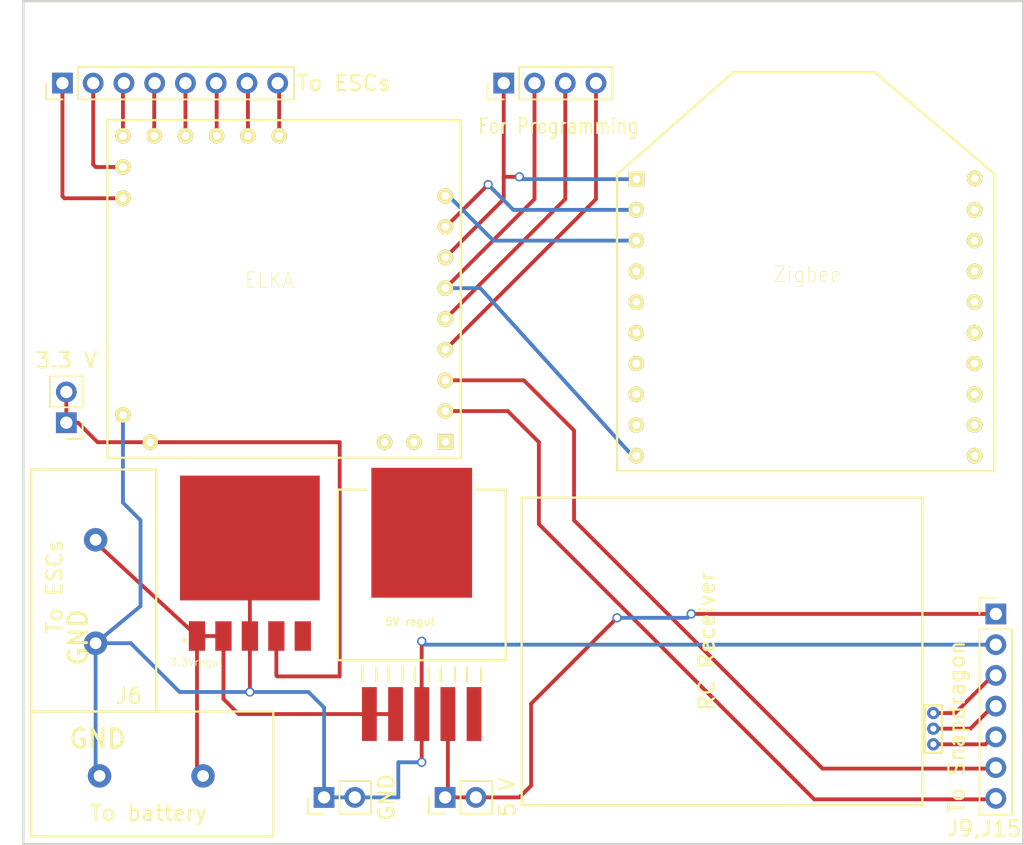
<source format=kicad_pcb>
(kicad_pcb (version 4) (host pcbnew 4.0.7-e2-6376~58~ubuntu16.04.1)

  (general
    (links 40)
    (no_connects 0)
    (area 102.032999 66.980999 167.207001 121.995001)
    (thickness 1.6)
    (drawings 9)
    (tracks 115)
    (zones 0)
    (modules 13)
    (nets 46)
  )

  (page A4)
  (title_block
    (title Phoenix)
  )

  (layers
    (0 F.Cu signal)
    (31 B.Cu signal)
    (32 B.Adhes user)
    (33 F.Adhes user)
    (34 B.Paste user)
    (35 F.Paste user)
    (36 B.SilkS user)
    (37 F.SilkS user)
    (38 B.Mask user)
    (39 F.Mask user)
    (40 Dwgs.User user)
    (41 Cmts.User user)
    (42 Eco1.User user)
    (43 Eco2.User user)
    (44 Edge.Cuts user)
    (45 Margin user)
    (46 B.CrtYd user)
    (47 F.CrtYd user)
    (48 B.Fab user)
    (49 F.Fab user)
  )

  (setup
    (last_trace_width 0.25)
    (trace_clearance 0.2)
    (zone_clearance 0.508)
    (zone_45_only no)
    (trace_min 0.2)
    (segment_width 0.2)
    (edge_width 0.15)
    (via_size 0.6)
    (via_drill 0.4)
    (via_min_size 0.4)
    (via_min_drill 0.3)
    (uvia_size 0.3)
    (uvia_drill 0.1)
    (uvias_allowed no)
    (uvia_min_size 0.2)
    (uvia_min_drill 0.1)
    (pcb_text_width 0.3)
    (pcb_text_size 1.5 1.5)
    (mod_edge_width 0.15)
    (mod_text_size 1 1)
    (mod_text_width 0.15)
    (pad_size 1.524 1.524)
    (pad_drill 0.762)
    (pad_to_mask_clearance 0.2)
    (aux_axis_origin 0 0)
    (visible_elements FFFFFF7F)
    (pcbplotparams
      (layerselection 0x00030_80000001)
      (usegerberextensions false)
      (excludeedgelayer true)
      (linewidth 0.100000)
      (plotframeref false)
      (viasonmask false)
      (mode 1)
      (useauxorigin false)
      (hpglpennumber 1)
      (hpglpenspeed 20)
      (hpglpendiameter 15)
      (hpglpenoverlay 2)
      (psnegative false)
      (psa4output false)
      (plotreference true)
      (plotvalue true)
      (plotinvisibletext false)
      (padsonsilk false)
      (subtractmaskfromsilk false)
      (outputformat 1)
      (mirror false)
      (drillshape 1)
      (scaleselection 1)
      (outputdirectory ""))
  )

  (net 0 "")
  (net 1 "Net-(E1-PadI)")
  (net 2 "Net-(E1-PadH)")
  (net 3 "Net-(E1-PadG)")
  (net 4 "Net-(E1-PadF)")
  (net 5 "Net-(E1-PadE)")
  (net 6 "Net-(E1-PadD)")
  (net 7 "Net-(E1-PadC)")
  (net 8 "Net-(E1-PadB)")
  (net 9 "Net-(E1-PadA)")
  (net 10 "Net-(E1-Pad9)")
  (net 11 "Net-(E1-Pad10)")
  (net 12 "Net-(E1-Pad3)")
  (net 13 "Net-(E1-Pad2)")
  (net 14 "Net-(E1-Pad1)")
  (net 15 "Net-(E1-Pad4)")
  (net 16 "Net-(E1-Pad5)")
  (net 17 "Net-(E1-Pad6)")
  (net 18 "Net-(E1-Pad7)")
  (net 19 "Net-(E1-Pad8)")
  (net 20 "Net-(E1-Pad12)")
  (net 21 "Net-(E1-Pad11)")
  (net 22 "Net-(J1-Pad2)")
  (net 23 "Net-(J9,J15-Pad3)")
  (net 24 "Net-(U1-Pad4)")
  (net 25 "Net-(U1-Pad5)")
  (net 26 "Net-(U1-Pad6)")
  (net 27 "Net-(U1-Pad7)")
  (net 28 "Net-(U1-Pad8)")
  (net 29 "Net-(U1-Pad9)")
  (net 30 "Net-(U1-Pad20)")
  (net 31 "Net-(U1-Pad19)")
  (net 32 "Net-(U1-Pad18)")
  (net 33 "Net-(U1-Pad17)")
  (net 34 "Net-(U1-Pad16)")
  (net 35 "Net-(U1-Pad15)")
  (net 36 "Net-(U1-Pad14)")
  (net 37 "Net-(U1-Pad13)")
  (net 38 "Net-(U1-Pad12)")
  (net 39 "Net-(U1-Pad11)")
  (net 40 "Net-(J5-Pad1)")
  (net 41 "Net-(J9,J15-Pad4)")
  (net 42 "Net-(J9,J15-Pad5)")
  (net 43 "Net-(U2-Pad5)")
  (net 44 "Net-(U2-Pad6)")
  (net 45 "Net-(U3-Pad5)")

  (net_class Default "This is the default net class."
    (clearance 0.2)
    (trace_width 0.25)
    (via_dia 0.6)
    (via_drill 0.4)
    (uvia_dia 0.3)
    (uvia_drill 0.1)
    (add_net "Net-(E1-Pad1)")
    (add_net "Net-(E1-Pad10)")
    (add_net "Net-(E1-Pad11)")
    (add_net "Net-(E1-Pad12)")
    (add_net "Net-(E1-Pad2)")
    (add_net "Net-(E1-Pad3)")
    (add_net "Net-(E1-Pad4)")
    (add_net "Net-(E1-Pad5)")
    (add_net "Net-(E1-Pad6)")
    (add_net "Net-(E1-Pad7)")
    (add_net "Net-(E1-Pad8)")
    (add_net "Net-(E1-Pad9)")
    (add_net "Net-(E1-PadA)")
    (add_net "Net-(E1-PadB)")
    (add_net "Net-(E1-PadC)")
    (add_net "Net-(E1-PadD)")
    (add_net "Net-(E1-PadE)")
    (add_net "Net-(E1-PadF)")
    (add_net "Net-(E1-PadG)")
    (add_net "Net-(E1-PadH)")
    (add_net "Net-(E1-PadI)")
    (add_net "Net-(J1-Pad2)")
    (add_net "Net-(J5-Pad1)")
    (add_net "Net-(J9,J15-Pad3)")
    (add_net "Net-(J9,J15-Pad4)")
    (add_net "Net-(J9,J15-Pad5)")
    (add_net "Net-(U1-Pad11)")
    (add_net "Net-(U1-Pad12)")
    (add_net "Net-(U1-Pad13)")
    (add_net "Net-(U1-Pad14)")
    (add_net "Net-(U1-Pad15)")
    (add_net "Net-(U1-Pad16)")
    (add_net "Net-(U1-Pad17)")
    (add_net "Net-(U1-Pad18)")
    (add_net "Net-(U1-Pad19)")
    (add_net "Net-(U1-Pad20)")
    (add_net "Net-(U1-Pad4)")
    (add_net "Net-(U1-Pad5)")
    (add_net "Net-(U1-Pad6)")
    (add_net "Net-(U1-Pad7)")
    (add_net "Net-(U1-Pad8)")
    (add_net "Net-(U1-Pad9)")
    (add_net "Net-(U2-Pad5)")
    (add_net "Net-(U2-Pad6)")
    (add_net "Net-(U3-Pad5)")
  )

  (module XT30:XT30 (layer F.Cu) (tedit 5B2AA790) (tstamp 5B2810AD)
    (at 100.838 107.442 90)
    (path /5B24102D)
    (fp_text reference J1 (at 0.508 0.762 90) (layer F.SilkS) hide
      (effects (font (size 1 1) (thickness 0.15)))
    )
    (fp_text value "To battery" (at -12.446 9.398 180) (layer F.SilkS)
      (effects (font (size 1 1) (thickness 0.15)))
    )
    (fp_line (start -5.842 1.778) (end -5.842 9.906) (layer F.SilkS) (width 0.15))
    (fp_line (start -5.842 9.906) (end -5.715 9.906) (layer F.SilkS) (width 0.15))
    (fp_line (start -5.842 1.778) (end 9.906 1.778) (layer F.SilkS) (width 0.15))
    (fp_line (start 9.906 1.778) (end 9.906 9.906) (layer F.SilkS) (width 0.15))
    (fp_line (start 9.906 9.906) (end -5.715 9.906) (layer F.SilkS) (width 0.15))
    (pad 1 thru_hole circle (at -1.397 5.969 90) (size 1.524 1.524) (drill 0.762) (layers *.Cu *.Mask)
      (net 21 "Net-(E1-Pad11)"))
    (pad 2 thru_hole circle (at 5.334 5.969 90) (size 1.524 1.524) (drill 0.762) (layers *.Cu *.Mask)
      (net 22 "Net-(J1-Pad2)"))
  )

  (module Pin_Headers:Pin_Header_Straight_1x08_Pitch2.00mm (layer F.Cu) (tedit 5B2AAA54) (tstamp 5B2810B9)
    (at 104.648 72.39 90)
    (descr "Through hole straight pin header, 1x08, 2.00mm pitch, single row")
    (tags "Through hole pin header THT 1x08 2.00mm single row")
    (path /5B27C203)
    (fp_text reference J2 (at 0 -2.06 90) (layer F.SilkS) hide
      (effects (font (size 1 1) (thickness 0.15)))
    )
    (fp_text value "To ESCs" (at 0 18.288 180) (layer F.SilkS)
      (effects (font (size 1 1) (thickness 0.15)))
    )
    (fp_line (start -0.5 -1) (end 1 -1) (layer F.Fab) (width 0.1))
    (fp_line (start 1 -1) (end 1 15) (layer F.Fab) (width 0.1))
    (fp_line (start 1 15) (end -1 15) (layer F.Fab) (width 0.1))
    (fp_line (start -1 15) (end -1 -0.5) (layer F.Fab) (width 0.1))
    (fp_line (start -1 -0.5) (end -0.5 -1) (layer F.Fab) (width 0.1))
    (fp_line (start -1.06 15.06) (end 1.06 15.06) (layer F.SilkS) (width 0.12))
    (fp_line (start -1.06 1) (end -1.06 15.06) (layer F.SilkS) (width 0.12))
    (fp_line (start 1.06 1) (end 1.06 15.06) (layer F.SilkS) (width 0.12))
    (fp_line (start -1.06 1) (end 1.06 1) (layer F.SilkS) (width 0.12))
    (fp_line (start -1.06 0) (end -1.06 -1.06) (layer F.SilkS) (width 0.12))
    (fp_line (start -1.06 -1.06) (end 0 -1.06) (layer F.SilkS) (width 0.12))
    (fp_line (start -1.5 -1.5) (end -1.5 15.5) (layer F.CrtYd) (width 0.05))
    (fp_line (start -1.5 15.5) (end 1.5 15.5) (layer F.CrtYd) (width 0.05))
    (fp_line (start 1.5 15.5) (end 1.5 -1.5) (layer F.CrtYd) (width 0.05))
    (fp_line (start 1.5 -1.5) (end -1.5 -1.5) (layer F.CrtYd) (width 0.05))
    (fp_text user %R (at 0 7 180) (layer F.Fab) hide
      (effects (font (size 1 1) (thickness 0.15)))
    )
    (pad 1 thru_hole rect (at 0 0 90) (size 1.35 1.35) (drill 0.8) (layers *.Cu *.Mask)
      (net 14 "Net-(E1-Pad1)"))
    (pad 2 thru_hole oval (at 0 2 90) (size 1.35 1.35) (drill 0.8) (layers *.Cu *.Mask)
      (net 13 "Net-(E1-Pad2)"))
    (pad 3 thru_hole oval (at 0 4 90) (size 1.35 1.35) (drill 0.8) (layers *.Cu *.Mask)
      (net 12 "Net-(E1-Pad3)"))
    (pad 4 thru_hole oval (at 0 6 90) (size 1.35 1.35) (drill 0.8) (layers *.Cu *.Mask)
      (net 15 "Net-(E1-Pad4)"))
    (pad 5 thru_hole oval (at 0 8 90) (size 1.35 1.35) (drill 0.8) (layers *.Cu *.Mask)
      (net 16 "Net-(E1-Pad5)"))
    (pad 6 thru_hole oval (at 0 10 90) (size 1.35 1.35) (drill 0.8) (layers *.Cu *.Mask)
      (net 17 "Net-(E1-Pad6)"))
    (pad 7 thru_hole oval (at 0 12 90) (size 1.35 1.35) (drill 0.8) (layers *.Cu *.Mask)
      (net 18 "Net-(E1-Pad7)"))
    (pad 8 thru_hole oval (at 0 14 90) (size 1.35 1.35) (drill 0.8) (layers *.Cu *.Mask)
      (net 19 "Net-(E1-Pad8)"))
    (model ${KISYS3DMOD}/Pin_Headers.3dshapes/Pin_Header_Straight_1x08_Pitch2.00mm.wrl
      (at (xyz 0 0 0))
      (scale (xyz 1 1 1))
      (rotate (xyz 0 0 0))
    )
  )

  (module Pin_Headers:Pin_Header_Straight_1x04_Pitch2.00mm (layer F.Cu) (tedit 5B2AAA4C) (tstamp 5B2810CA)
    (at 133.35 72.39 90)
    (descr "Through hole straight pin header, 1x04, 2.00mm pitch, single row")
    (tags "Through hole pin header THT 1x04 2.00mm single row")
    (path /5B23F496)
    (fp_text reference J16 (at 0 -2.06 90) (layer F.SilkS) hide
      (effects (font (size 1 1) (thickness 0.15)))
    )
    (fp_text value "For Programming" (at -2.794 3.556 180) (layer F.SilkS)
      (effects (font (size 1 0.8) (thickness 0.12)))
    )
    (fp_line (start -0.5 -1) (end 1 -1) (layer F.Fab) (width 0.1))
    (fp_line (start 1 -1) (end 1 7) (layer F.Fab) (width 0.1))
    (fp_line (start 1 7) (end -1 7) (layer F.Fab) (width 0.1))
    (fp_line (start -1 7) (end -1 -0.5) (layer F.Fab) (width 0.1))
    (fp_line (start -1 -0.5) (end -0.5 -1) (layer F.Fab) (width 0.1))
    (fp_line (start -1.06 7.06) (end 1.06 7.06) (layer F.SilkS) (width 0.12))
    (fp_line (start -1.06 1) (end -1.06 7.06) (layer F.SilkS) (width 0.12))
    (fp_line (start 1.06 1) (end 1.06 7.06) (layer F.SilkS) (width 0.12))
    (fp_line (start -1.06 1) (end 1.06 1) (layer F.SilkS) (width 0.12))
    (fp_line (start -1.06 0) (end -1.06 -1.06) (layer F.SilkS) (width 0.12))
    (fp_line (start -1.06 -1.06) (end 0 -1.06) (layer F.SilkS) (width 0.12))
    (fp_line (start -1.5 -1.5) (end -1.5 7.5) (layer F.CrtYd) (width 0.05))
    (fp_line (start -1.5 7.5) (end 1.5 7.5) (layer F.CrtYd) (width 0.05))
    (fp_line (start 1.5 7.5) (end 1.5 -1.5) (layer F.CrtYd) (width 0.05))
    (fp_line (start 1.5 -1.5) (end -1.5 -1.5) (layer F.CrtYd) (width 0.05))
    (fp_text user %R (at 0 3 180) (layer F.Fab) hide
      (effects (font (size 1 1) (thickness 0.15)))
    )
    (pad 1 thru_hole rect (at 0 0 90) (size 1.35 1.35) (drill 0.8) (layers *.Cu *.Mask)
      (net 7 "Net-(E1-PadC)"))
    (pad 2 thru_hole oval (at 0 2 90) (size 1.35 1.35) (drill 0.8) (layers *.Cu *.Mask)
      (net 6 "Net-(E1-PadD)"))
    (pad 3 thru_hole oval (at 0 4 90) (size 1.35 1.35) (drill 0.8) (layers *.Cu *.Mask)
      (net 5 "Net-(E1-PadE)"))
    (pad 4 thru_hole oval (at 0 6 90) (size 1.35 1.35) (drill 0.8) (layers *.Cu *.Mask)
      (net 4 "Net-(E1-PadF)"))
    (model ${KISYS3DMOD}/Pin_Headers.3dshapes/Pin_Header_Straight_1x04_Pitch2.00mm.wrl
      (at (xyz 0 0 0))
      (scale (xyz 1 1 1))
      (rotate (xyz 0 0 0))
    )
  )

  (module XT30:SPMAJST6 (layer F.Cu) (tedit 5B2AA873) (tstamp 5B2810D9)
    (at 164.084 115.316 270)
    (path /5B22674F)
    (fp_text reference R1 (at 0.635 0.889 270) (layer F.SilkS) hide
      (effects (font (size 1 1) (thickness 0.15)))
    )
    (fp_text value "RC Receiver" (at -6.604 17.526 270) (layer F.SilkS)
      (effects (font (size 1 1) (thickness 0.15)))
    )
    (fp_line (start -15.9512 29.5656) (end 4.064 29.5656) (layer F.SilkS) (width 0.15))
    (fp_line (start 4.064 29.5656) (end 4.064 3.5052) (layer F.SilkS) (width 0.15))
    (fp_line (start 4.064 3.5052) (end -15.9512 3.5052) (layer F.SilkS) (width 0.15))
    (fp_line (start -15.9512 3.5052) (end -15.9512 29.5656) (layer F.SilkS) (width 0.15))
    (fp_line (start -2.4384 2.3368) (end -2.4384 2.2352) (layer F.SilkS) (width 0.15))
    (fp_line (start -2.4384 2.2352) (end 0.508 2.2352) (layer F.SilkS) (width 0.15))
    (fp_line (start 0.508 2.2352) (end 0.5588 2.2352) (layer F.SilkS) (width 0.15))
    (fp_line (start 0.5588 2.2352) (end 0.6604 2.2352) (layer F.SilkS) (width 0.15))
    (fp_line (start 0.6604 2.2352) (end 0.6604 3.3528) (layer F.SilkS) (width 0.15))
    (fp_line (start 0.6604 3.3528) (end -2.4384 3.3528) (layer F.SilkS) (width 0.15))
    (fp_line (start -2.4384 3.3528) (end -2.4384 2.6924) (layer F.SilkS) (width 0.15))
    (fp_line (start -2.4384 2.794) (end -2.4384 2.3368) (layer F.SilkS) (width 0.15))
    (pad 1 thru_hole circle (at -1.9304 2.794 270) (size 0.8 0.8) (drill 0.4) (layers *.Cu *.Mask)
      (net 23 "Net-(J9,J15-Pad3)"))
    (pad 2 thru_hole circle (at -0.9144 2.794 270) (size 0.8 0.8) (drill 0.4) (layers *.Cu *.Mask)
      (net 41 "Net-(J9,J15-Pad4)"))
    (pad 3 thru_hole circle (at 0.1016 2.794 270) (size 0.8 0.8) (drill 0.4) (layers *.Cu *.Mask)
      (net 42 "Net-(J9,J15-Pad5)"))
  )

  (module ELKA:ELKA (layer F.Cu) (tedit 5B2AA864) (tstamp 5B2A9957)
    (at 118.11 72.39 180)
    (descr "Xbee Zb (Zigbee Pro Feature Set), 1mw, Wire Antenna, 250000")
    (path /5B22681E)
    (fp_text reference ELKA (at 0 -12.827 180) (layer F.SilkS)
      (effects (font (size 1 0.9) (thickness 0.05)))
    )
    (fp_text value ELKA (at -0.889 -14.732 180) (layer F.SilkS) hide
      (effects (font (size 1 0.9) (thickness 0.05)))
    )
    (fp_line (start 10.541 -24.384) (end -12.446 -24.384) (layer F.SilkS) (width 0.15))
    (fp_line (start -12.446 -24.384) (end -12.446 -2.413) (layer F.SilkS) (width 0.15))
    (fp_line (start -12.446 -2.413) (end 10.541 -2.413) (layer F.SilkS) (width 0.15))
    (fp_line (start 10.541 -2.413) (end 10.541 -24.384) (layer F.SilkS) (width 0.15))
    (pad I thru_hole rect (at -11.446 -23.342 180) (size 1.008 1.008) (drill 0.5) (layers *.Cu *.Mask F.SilkS)
      (net 1 "Net-(E1-PadI)"))
    (pad H thru_hole circle (at -11.446 -21.342 180) (size 1.008 1.008) (drill 0.5) (layers *.Cu *.Mask F.SilkS)
      (net 2 "Net-(E1-PadH)"))
    (pad G thru_hole circle (at -11.446 -19.342 180) (size 1.008 1.008) (drill 0.5) (layers *.Cu *.Mask F.SilkS)
      (net 3 "Net-(E1-PadG)"))
    (pad F thru_hole circle (at -11.446 -17.342 180) (size 1.008 1.008) (drill 0.5) (layers *.Cu *.Mask F.SilkS)
      (net 4 "Net-(E1-PadF)"))
    (pad E thru_hole circle (at -11.446 -15.342 180) (size 1.008 1.008) (drill 0.5) (layers *.Cu *.Mask F.SilkS)
      (net 5 "Net-(E1-PadE)"))
    (pad D thru_hole circle (at -11.446 -13.342 180) (size 1.008 1.008) (drill 0.5) (layers *.Cu *.Mask F.SilkS)
      (net 6 "Net-(E1-PadD)"))
    (pad C thru_hole circle (at -11.446 -11.342 180) (size 1.008 1.008) (drill 0.5) (layers *.Cu *.Mask F.SilkS)
      (net 7 "Net-(E1-PadC)"))
    (pad B thru_hole circle (at -11.446 -9.342 180) (size 1.008 1.008) (drill 0.5) (layers *.Cu *.Mask F.SilkS)
      (net 8 "Net-(E1-PadB)"))
    (pad A thru_hole circle (at -11.446 -7.342 180) (size 1.008 1.008) (drill 0.5) (layers *.Cu *.Mask F.SilkS)
      (net 9 "Net-(E1-PadA)"))
    (pad 9 thru_hole circle (at -9.398 -23.368 180) (size 1.008 1.008) (drill 0.5) (layers *.Cu *.Mask F.SilkS)
      (net 10 "Net-(E1-Pad9)"))
    (pad 10 thru_hole circle (at -7.493 -23.368 180) (size 1.008 1.008) (drill 0.5) (layers *.Cu *.Mask F.SilkS)
      (net 11 "Net-(E1-Pad10)"))
    (pad 3 thru_hole circle (at 9.525 -3.429 180) (size 1.008 1.008) (drill 0.5) (layers *.Cu *.Mask F.SilkS)
      (net 12 "Net-(E1-Pad3)"))
    (pad 2 thru_hole circle (at 9.525 -5.461 180) (size 1.008 1.008) (drill 0.5) (layers *.Cu *.Mask F.SilkS)
      (net 13 "Net-(E1-Pad2)"))
    (pad 1 thru_hole circle (at 9.525 -7.493 180) (size 1.008 1.008) (drill 0.5) (layers *.Cu *.Mask F.SilkS)
      (net 14 "Net-(E1-Pad1)"))
    (pad 4 thru_hole circle (at 7.493 -3.429 180) (size 1.008 1.008) (drill 0.5) (layers *.Cu *.Mask F.SilkS)
      (net 15 "Net-(E1-Pad4)"))
    (pad 5 thru_hole circle (at 5.461 -3.429 180) (size 1.008 1.008) (drill 0.5) (layers *.Cu *.Mask F.SilkS)
      (net 16 "Net-(E1-Pad5)"))
    (pad 6 thru_hole circle (at 3.429 -3.429 180) (size 1.008 1.008) (drill 0.5) (layers *.Cu *.Mask F.SilkS)
      (net 17 "Net-(E1-Pad6)"))
    (pad 7 thru_hole circle (at 1.397 -3.429 180) (size 1.008 1.008) (drill 0.5) (layers *.Cu *.Mask F.SilkS)
      (net 18 "Net-(E1-Pad7)"))
    (pad 8 thru_hole circle (at -0.635 -3.429 180) (size 1.008 1.008) (drill 0.5) (layers *.Cu *.Mask F.SilkS)
      (net 19 "Net-(E1-Pad8)"))
    (pad 12 thru_hole circle (at 7.747 -23.368 180) (size 1.008 1.008) (drill 0.5) (layers *.Cu *.Mask F.SilkS)
      (net 20 "Net-(E1-Pad12)"))
    (pad 11 thru_hole circle (at 9.525 -21.59 180) (size 1.008 1.008) (drill 0.5) (layers *.Cu *.Mask F.SilkS)
      (net 21 "Net-(E1-Pad11)"))
  )

  (module Pin_Headers:Pin_Header_Straight_1x02_Pitch2.00mm (layer F.Cu) (tedit 5B2AA9BF) (tstamp 5B2A995D)
    (at 104.902 94.488 180)
    (descr "Through hole straight pin header, 1x02, 2.00mm pitch, single row")
    (tags "Through hole pin header THT 1x02 2.00mm single row")
    (path /5B29B43A)
    (fp_text reference J3 (at 0 -2.06 180) (layer F.SilkS) hide
      (effects (font (size 1 1) (thickness 0.15)))
    )
    (fp_text value "3.3 V" (at 0 4.06 180) (layer F.SilkS)
      (effects (font (size 1 1) (thickness 0.15)))
    )
    (fp_line (start -0.5 -1) (end 1 -1) (layer F.Fab) (width 0.1))
    (fp_line (start 1 -1) (end 1 3) (layer F.Fab) (width 0.1))
    (fp_line (start 1 3) (end -1 3) (layer F.Fab) (width 0.1))
    (fp_line (start -1 3) (end -1 -0.5) (layer F.Fab) (width 0.1))
    (fp_line (start -1 -0.5) (end -0.5 -1) (layer F.Fab) (width 0.1))
    (fp_line (start -1.06 3.06) (end 1.06 3.06) (layer F.SilkS) (width 0.12))
    (fp_line (start -1.06 1) (end -1.06 3.06) (layer F.SilkS) (width 0.12))
    (fp_line (start 1.06 1) (end 1.06 3.06) (layer F.SilkS) (width 0.12))
    (fp_line (start -1.06 1) (end 1.06 1) (layer F.SilkS) (width 0.12))
    (fp_line (start -1.06 0) (end -1.06 -1.06) (layer F.SilkS) (width 0.12))
    (fp_line (start -1.06 -1.06) (end 0 -1.06) (layer F.SilkS) (width 0.12))
    (fp_line (start -1.5 -1.5) (end -1.5 3.5) (layer F.CrtYd) (width 0.05))
    (fp_line (start -1.5 3.5) (end 1.5 3.5) (layer F.CrtYd) (width 0.05))
    (fp_line (start 1.5 3.5) (end 1.5 -1.5) (layer F.CrtYd) (width 0.05))
    (fp_line (start 1.5 -1.5) (end -1.5 -1.5) (layer F.CrtYd) (width 0.05))
    (fp_text user %R (at 0 1 270) (layer F.Fab) hide
      (effects (font (size 1 1) (thickness 0.15)))
    )
    (pad 1 thru_hole rect (at 0 0 180) (size 1.35 1.35) (drill 0.8) (layers *.Cu *.Mask)
      (net 20 "Net-(E1-Pad12)"))
    (pad 2 thru_hole oval (at 0 2 180) (size 1.35 1.35) (drill 0.8) (layers *.Cu *.Mask)
      (net 20 "Net-(E1-Pad12)"))
    (model ${KISYS3DMOD}/Pin_Headers.3dshapes/Pin_Header_Straight_1x02_Pitch2.00mm.wrl
      (at (xyz 0 0 0))
      (scale (xyz 1 1 1))
      (rotate (xyz 0 0 0))
    )
  )

  (module Pin_Headers:Pin_Header_Straight_1x02_Pitch2.00mm (layer F.Cu) (tedit 5B2AA99A) (tstamp 5B2A9963)
    (at 121.666 118.872 90)
    (descr "Through hole straight pin header, 1x02, 2.00mm pitch, single row")
    (tags "Through hole pin header THT 1x02 2.00mm single row")
    (path /5B29B788)
    (fp_text reference J4 (at 0 -2.06 90) (layer F.SilkS) hide
      (effects (font (size 1 1) (thickness 0.15)))
    )
    (fp_text value GND (at 0 4.06 90) (layer F.SilkS)
      (effects (font (size 1 1) (thickness 0.15)))
    )
    (fp_line (start -0.5 -1) (end 1 -1) (layer F.Fab) (width 0.1))
    (fp_line (start 1 -1) (end 1 3) (layer F.Fab) (width 0.1))
    (fp_line (start 1 3) (end -1 3) (layer F.Fab) (width 0.1))
    (fp_line (start -1 3) (end -1 -0.5) (layer F.Fab) (width 0.1))
    (fp_line (start -1 -0.5) (end -0.5 -1) (layer F.Fab) (width 0.1))
    (fp_line (start -1.06 3.06) (end 1.06 3.06) (layer F.SilkS) (width 0.12))
    (fp_line (start -1.06 1) (end -1.06 3.06) (layer F.SilkS) (width 0.12))
    (fp_line (start 1.06 1) (end 1.06 3.06) (layer F.SilkS) (width 0.12))
    (fp_line (start -1.06 1) (end 1.06 1) (layer F.SilkS) (width 0.12))
    (fp_line (start -1.06 0) (end -1.06 -1.06) (layer F.SilkS) (width 0.12))
    (fp_line (start -1.06 -1.06) (end 0 -1.06) (layer F.SilkS) (width 0.12))
    (fp_line (start -1.5 -1.5) (end -1.5 3.5) (layer F.CrtYd) (width 0.05))
    (fp_line (start -1.5 3.5) (end 1.5 3.5) (layer F.CrtYd) (width 0.05))
    (fp_line (start 1.5 3.5) (end 1.5 -1.5) (layer F.CrtYd) (width 0.05))
    (fp_line (start 1.5 -1.5) (end -1.5 -1.5) (layer F.CrtYd) (width 0.05))
    (fp_text user %R (at 0 1 180) (layer F.Fab)
      (effects (font (size 1 1) (thickness 0.15)))
    )
    (pad 1 thru_hole rect (at 0 0 90) (size 1.35 1.35) (drill 0.8) (layers *.Cu *.Mask)
      (net 21 "Net-(E1-Pad11)"))
    (pad 2 thru_hole oval (at 0 2 90) (size 1.35 1.35) (drill 0.8) (layers *.Cu *.Mask)
      (net 21 "Net-(E1-Pad11)"))
    (model ${KISYS3DMOD}/Pin_Headers.3dshapes/Pin_Header_Straight_1x02_Pitch2.00mm.wrl
      (at (xyz 0 0 0))
      (scale (xyz 1 1 1))
      (rotate (xyz 0 0 0))
    )
  )

  (module Pin_Headers:Pin_Header_Straight_1x02_Pitch2.00mm (layer F.Cu) (tedit 5B2AA99E) (tstamp 5B2A9969)
    (at 129.54 118.872 90)
    (descr "Through hole straight pin header, 1x02, 2.00mm pitch, single row")
    (tags "Through hole pin header THT 1x02 2.00mm single row")
    (path /5B29B3DB)
    (fp_text reference J5 (at 0 -2.06 90) (layer F.SilkS) hide
      (effects (font (size 1 1) (thickness 0.15)))
    )
    (fp_text value "5 V" (at 0 4.06 90) (layer F.SilkS)
      (effects (font (size 1 1) (thickness 0.15)))
    )
    (fp_line (start -0.5 -1) (end 1 -1) (layer F.Fab) (width 0.1))
    (fp_line (start 1 -1) (end 1 3) (layer F.Fab) (width 0.1))
    (fp_line (start 1 3) (end -1 3) (layer F.Fab) (width 0.1))
    (fp_line (start -1 3) (end -1 -0.5) (layer F.Fab) (width 0.1))
    (fp_line (start -1 -0.5) (end -0.5 -1) (layer F.Fab) (width 0.1))
    (fp_line (start -1.06 3.06) (end 1.06 3.06) (layer F.SilkS) (width 0.12))
    (fp_line (start -1.06 1) (end -1.06 3.06) (layer F.SilkS) (width 0.12))
    (fp_line (start 1.06 1) (end 1.06 3.06) (layer F.SilkS) (width 0.12))
    (fp_line (start -1.06 1) (end 1.06 1) (layer F.SilkS) (width 0.12))
    (fp_line (start -1.06 0) (end -1.06 -1.06) (layer F.SilkS) (width 0.12))
    (fp_line (start -1.06 -1.06) (end 0 -1.06) (layer F.SilkS) (width 0.12))
    (fp_line (start -1.5 -1.5) (end -1.5 3.5) (layer F.CrtYd) (width 0.05))
    (fp_line (start -1.5 3.5) (end 1.5 3.5) (layer F.CrtYd) (width 0.05))
    (fp_line (start 1.5 3.5) (end 1.5 -1.5) (layer F.CrtYd) (width 0.05))
    (fp_line (start 1.5 -1.5) (end -1.5 -1.5) (layer F.CrtYd) (width 0.05))
    (fp_text user %R (at 0 1 180) (layer F.Fab)
      (effects (font (size 1 1) (thickness 0.15)))
    )
    (pad 1 thru_hole rect (at 0 0 90) (size 1.35 1.35) (drill 0.8) (layers *.Cu *.Mask)
      (net 40 "Net-(J5-Pad1)"))
    (pad 2 thru_hole oval (at 0 2 90) (size 1.35 1.35) (drill 0.8) (layers *.Cu *.Mask)
      (net 40 "Net-(J5-Pad1)"))
    (model ${KISYS3DMOD}/Pin_Headers.3dshapes/Pin_Header_Straight_1x02_Pitch2.00mm.wrl
      (at (xyz 0 0 0))
      (scale (xyz 1 1 1))
      (rotate (xyz 0 0 0))
    )
  )

  (module XT30:XT30 (layer F.Cu) (tedit 5B2AA797) (tstamp 5B2A996F)
    (at 108.458 111.506)
    (path /5B2A9509)
    (fp_text reference J6 (at 0.508 0.762) (layer F.SilkS)
      (effects (font (size 1 1) (thickness 0.15)))
    )
    (fp_text value "To ESCs" (at -4.318 -6.35 90) (layer F.SilkS)
      (effects (font (size 1 1) (thickness 0.15)))
    )
    (fp_line (start -5.842 1.778) (end -5.842 9.906) (layer F.SilkS) (width 0.15))
    (fp_line (start -5.842 9.906) (end -5.715 9.906) (layer F.SilkS) (width 0.15))
    (fp_line (start -5.842 1.778) (end 9.906 1.778) (layer F.SilkS) (width 0.15))
    (fp_line (start 9.906 1.778) (end 9.906 9.906) (layer F.SilkS) (width 0.15))
    (fp_line (start 9.906 9.906) (end -5.715 9.906) (layer F.SilkS) (width 0.15))
    (pad 1 thru_hole circle (at -1.397 5.969) (size 1.524 1.524) (drill 0.762) (layers *.Cu *.Mask)
      (net 21 "Net-(E1-Pad11)"))
    (pad 2 thru_hole circle (at 5.334 5.969) (size 1.524 1.524) (drill 0.762) (layers *.Cu *.Mask)
      (net 22 "Net-(J1-Pad2)"))
  )

  (module Pin_Headers:Pin_Header_Straight_1x07_Pitch2.00mm (layer F.Cu) (tedit 5B2AAAA7) (tstamp 5B2A997A)
    (at 165.354 106.934)
    (descr "Through hole straight pin header, 1x07, 2.00mm pitch, single row")
    (tags "Through hole pin header THT 1x07 2.00mm single row")
    (path /5B27D9D0)
    (fp_text reference J9,J15 (at -0.762 13.97) (layer F.SilkS)
      (effects (font (size 1 1) (thickness 0.15)))
    )
    (fp_text value "To Snapdragon" (at -2.54 7.366 90) (layer F.SilkS)
      (effects (font (size 1 1) (thickness 0.15)))
    )
    (fp_line (start -0.5 -1) (end 1 -1) (layer F.Fab) (width 0.1))
    (fp_line (start 1 -1) (end 1 13) (layer F.Fab) (width 0.1))
    (fp_line (start 1 13) (end -1 13) (layer F.Fab) (width 0.1))
    (fp_line (start -1 13) (end -1 -0.5) (layer F.Fab) (width 0.1))
    (fp_line (start -1 -0.5) (end -0.5 -1) (layer F.Fab) (width 0.1))
    (fp_line (start -1.06 13.06) (end 1.06 13.06) (layer F.SilkS) (width 0.12))
    (fp_line (start -1.06 1) (end -1.06 13.06) (layer F.SilkS) (width 0.12))
    (fp_line (start 1.06 1) (end 1.06 13.06) (layer F.SilkS) (width 0.12))
    (fp_line (start -1.06 1) (end 1.06 1) (layer F.SilkS) (width 0.12))
    (fp_line (start -1.06 0) (end -1.06 -1.06) (layer F.SilkS) (width 0.12))
    (fp_line (start -1.06 -1.06) (end 0 -1.06) (layer F.SilkS) (width 0.12))
    (fp_line (start -1.5 -1.5) (end -1.5 13.5) (layer F.CrtYd) (width 0.05))
    (fp_line (start -1.5 13.5) (end 1.5 13.5) (layer F.CrtYd) (width 0.05))
    (fp_line (start 1.5 13.5) (end 1.5 -1.5) (layer F.CrtYd) (width 0.05))
    (fp_line (start 1.5 -1.5) (end -1.5 -1.5) (layer F.CrtYd) (width 0.05))
    (fp_text user %R (at 0 6 90) (layer F.Fab)
      (effects (font (size 1 1) (thickness 0.15)))
    )
    (pad 1 thru_hole rect (at 0 0) (size 1.35 1.35) (drill 0.8) (layers *.Cu *.Mask)
      (net 40 "Net-(J5-Pad1)"))
    (pad 2 thru_hole oval (at 0 2) (size 1.35 1.35) (drill 0.8) (layers *.Cu *.Mask)
      (net 21 "Net-(E1-Pad11)"))
    (pad 3 thru_hole oval (at 0 4) (size 1.35 1.35) (drill 0.8) (layers *.Cu *.Mask)
      (net 23 "Net-(J9,J15-Pad3)"))
    (pad 4 thru_hole oval (at 0 6) (size 1.35 1.35) (drill 0.8) (layers *.Cu *.Mask)
      (net 41 "Net-(J9,J15-Pad4)"))
    (pad 5 thru_hole oval (at 0 8) (size 1.35 1.35) (drill 0.8) (layers *.Cu *.Mask)
      (net 42 "Net-(J9,J15-Pad5)"))
    (pad 6 thru_hole oval (at 0 10) (size 1.35 1.35) (drill 0.8) (layers *.Cu *.Mask)
      (net 3 "Net-(E1-PadG)"))
    (pad 7 thru_hole oval (at 0 12) (size 1.35 1.35) (drill 0.8) (layers *.Cu *.Mask)
      (net 2 "Net-(E1-PadH)"))
    (model ${KISYS3DMOD}/Pin_Headers.3dshapes/Pin_Header_Straight_1x07_Pitch2.00mm.wrl
      (at (xyz 0 0 0))
      (scale (xyz 1 1 1))
      (rotate (xyz 0 0 0))
    )
  )

  (module DIP-20:DIP-20 (layer F.Cu) (tedit 5B2AA85F) (tstamp 5B2A9992)
    (at 140.716 104.648)
    (descr "Xbee Zb (Zigbee Pro Feature Set), 1mw, Wire Antenna, 250000")
    (path /5B213357)
    (fp_text reference Zigbee (at 12.3952 -19.812) (layer F.SilkS)
      (effects (font (size 1 0.9) (thickness 0.05)))
    )
    (fp_text value Zigbee (at 4.4196 -19.8628) (layer F.SilkS) hide
      (effects (font (size 1 0.9) (thickness 0.05)))
    )
    (fp_line (start 24.5364 -26.3652) (end 24.5364 -7.0104) (layer F.SilkS) (width 0.15))
    (fp_line (start 24.5364 -7.0104) (end 0 -7.0104) (layer F.SilkS) (width 0.15))
    (fp_line (start 0 -7.0104) (end 0 -26.3144) (layer F.SilkS) (width 0.15))
    (fp_line (start 16.8148 -32.9184) (end 24.5364 -26.3652) (layer F.SilkS) (width 0.15))
    (fp_line (start 0 -26.3144) (end 7.5692 -32.9692) (layer F.SilkS) (width 0.15))
    (fp_line (start 7.5692 -32.9692) (end 16.8148 -32.9692) (layer F.SilkS) (width 0.15))
    (pad 1 thru_hole rect (at 1.27 -26.0096) (size 1.008 1.008) (drill 0.5) (layers *.Cu *.Mask F.SilkS)
      (net 7 "Net-(E1-PadC)"))
    (pad 2 thru_hole circle (at 1.254 -24.009) (size 1.008 1.008) (drill 0.5) (layers *.Cu *.Mask F.SilkS)
      (net 8 "Net-(E1-PadB)"))
    (pad 3 thru_hole circle (at 1.254 -22.009) (size 1.008 1.008) (drill 0.5) (layers *.Cu *.Mask F.SilkS)
      (net 9 "Net-(E1-PadA)"))
    (pad 4 thru_hole circle (at 1.254 -20.009) (size 1.008 1.008) (drill 0.5) (layers *.Cu *.Mask F.SilkS)
      (net 24 "Net-(U1-Pad4)"))
    (pad 5 thru_hole circle (at 1.254 -18.009) (size 1.008 1.008) (drill 0.5) (layers *.Cu *.Mask F.SilkS)
      (net 25 "Net-(U1-Pad5)"))
    (pad 6 thru_hole circle (at 1.254 -16.009) (size 1.008 1.008) (drill 0.5) (layers *.Cu *.Mask F.SilkS)
      (net 26 "Net-(U1-Pad6)"))
    (pad 7 thru_hole circle (at 1.254 -14.009) (size 1.008 1.008) (drill 0.5) (layers *.Cu *.Mask F.SilkS)
      (net 27 "Net-(U1-Pad7)"))
    (pad 8 thru_hole circle (at 1.254 -12.009) (size 1.008 1.008) (drill 0.5) (layers *.Cu *.Mask F.SilkS)
      (net 28 "Net-(U1-Pad8)"))
    (pad 9 thru_hole circle (at 1.254 -10.009) (size 1.008 1.008) (drill 0.5) (layers *.Cu *.Mask F.SilkS)
      (net 29 "Net-(U1-Pad9)"))
    (pad 10 thru_hole circle (at 1.254 -8.009) (size 1.008 1.008) (drill 0.5) (layers *.Cu *.Mask F.SilkS)
      (net 6 "Net-(E1-PadD)"))
    (pad 20 thru_hole circle (at 23.2664 -26.0604) (size 1.008 1.008) (drill 0.5) (layers *.Cu *.Mask F.SilkS)
      (net 30 "Net-(U1-Pad20)"))
    (pad 19 thru_hole circle (at 23.254 -24.009) (size 1.008 1.008) (drill 0.5) (layers *.Cu *.Mask F.SilkS)
      (net 31 "Net-(U1-Pad19)"))
    (pad 18 thru_hole circle (at 23.254 -22.009) (size 1.008 1.008) (drill 0.5) (layers *.Cu *.Mask F.SilkS)
      (net 32 "Net-(U1-Pad18)"))
    (pad 17 thru_hole circle (at 23.254 -20.009) (size 1.008 1.008) (drill 0.5) (layers *.Cu *.Mask F.SilkS)
      (net 33 "Net-(U1-Pad17)"))
    (pad 16 thru_hole circle (at 23.254 -18.009) (size 1.008 1.008) (drill 0.5) (layers *.Cu *.Mask F.SilkS)
      (net 34 "Net-(U1-Pad16)"))
    (pad 15 thru_hole circle (at 23.254 -16.009) (size 1.008 1.008) (drill 0.5) (layers *.Cu *.Mask F.SilkS)
      (net 35 "Net-(U1-Pad15)"))
    (pad 14 thru_hole circle (at 23.254 -14.009) (size 1.008 1.008) (drill 0.5) (layers *.Cu *.Mask F.SilkS)
      (net 36 "Net-(U1-Pad14)"))
    (pad 13 thru_hole circle (at 23.254 -12.009) (size 1.008 1.008) (drill 0.5) (layers *.Cu *.Mask F.SilkS)
      (net 37 "Net-(U1-Pad13)"))
    (pad 12 thru_hole circle (at 23.254 -10.009) (size 1.008 1.008) (drill 0.5) (layers *.Cu *.Mask F.SilkS)
      (net 38 "Net-(U1-Pad12)"))
    (pad 11 thru_hole circle (at 23.254 -8.009) (size 1.008 1.008) (drill 0.5) (layers *.Cu *.Mask F.SilkS)
      (net 39 "Net-(U1-Pad11)"))
  )

  (module footprints:MIC29501-5.0WU (layer F.Cu) (tedit 5B2AA97D) (tstamp 5B2A99D2)
    (at 128.016 104.394)
    (path /5B2A76F4)
    (fp_text reference "" (at 0 0) (layer F.Fab)
      (effects (font (size 1 1) (thickness 0.15)))
    )
    (fp_text value "5V regul" (at -0.762 3.048) (layer F.SilkS)
      (effects (font (size 0.5 0.5) (thickness 0.1)))
    )
    (fp_text user "" (at 0 0) (layer Cmts.User)
      (effects (font (size 0.127 0.127) (thickness 0.002)))
    )
    (fp_text user * (at -4.8895 9.0551) (layer B.Fab) hide
      (effects (font (size 1 1) (thickness 0.15)) (justify mirror))
    )
    (fp_text user "" (at -3.4036 5.1689) (layer F.Fab)
      (effects (font (size 1 1) (thickness 0.15)))
    )
    (fp_line (start -2.9464 5.4229) (end -3.8608 5.4229) (layer F.Fab) (width 0.1524))
    (fp_line (start -3.8608 5.4229) (end -3.8608 10.4521) (layer F.Fab) (width 0.1524))
    (fp_line (start -3.8608 10.4521) (end -2.9464 10.4521) (layer F.Fab) (width 0.1524))
    (fp_line (start -2.9464 10.4521) (end -2.9464 5.4229) (layer F.Fab) (width 0.1524))
    (fp_line (start -1.2446 5.4229) (end -2.159 5.4229) (layer F.Fab) (width 0.1524))
    (fp_line (start -2.159 5.4229) (end -2.159 10.4521) (layer F.Fab) (width 0.1524))
    (fp_line (start -2.159 10.4521) (end -1.2446 10.4521) (layer F.Fab) (width 0.1524))
    (fp_line (start -1.2446 10.4521) (end -1.2446 5.4229) (layer F.Fab) (width 0.1524))
    (fp_line (start 0.4572 5.4229) (end -0.4572 5.4229) (layer F.Fab) (width 0.1524))
    (fp_line (start -0.4572 5.4229) (end -0.4572 10.4521) (layer F.Fab) (width 0.1524))
    (fp_line (start -0.4572 10.4521) (end 0.4572 10.4521) (layer F.Fab) (width 0.1524))
    (fp_line (start 0.4572 10.4521) (end 0.4572 5.4229) (layer F.Fab) (width 0.1524))
    (fp_line (start 2.159 5.4229) (end 1.2446 5.4229) (layer F.Fab) (width 0.1524))
    (fp_line (start 1.2446 5.4229) (end 1.2446 10.4521) (layer F.Fab) (width 0.1524))
    (fp_line (start 1.2446 10.4521) (end 2.159 10.4521) (layer F.Fab) (width 0.1524))
    (fp_line (start 2.159 10.4521) (end 2.159 5.4229) (layer F.Fab) (width 0.1524))
    (fp_line (start 3.8608 5.4229) (end 2.9464 5.4229) (layer F.Fab) (width 0.1524))
    (fp_line (start 2.9464 5.4229) (end 2.9464 10.4521) (layer F.Fab) (width 0.1524))
    (fp_line (start 2.9464 10.4521) (end 3.8608 10.4521) (layer F.Fab) (width 0.1524))
    (fp_line (start 3.8608 10.4521) (end 3.8608 5.4229) (layer F.Fab) (width 0.1524))
    (fp_line (start -3.8608 6.0325) (end -3.8608 6.9469) (layer F.SilkS) (width 0.1524))
    (fp_line (start -2.159 6.0325) (end -2.159 6.9469) (layer F.SilkS) (width 0.1524))
    (fp_line (start -0.4572 6.0325) (end -0.4572 6.9469) (layer F.SilkS) (width 0.1524))
    (fp_line (start 1.2446 6.0325) (end 1.2446 6.9469) (layer F.SilkS) (width 0.1524))
    (fp_line (start 2.9464 6.0325) (end 2.9464 6.9469) (layer F.SilkS) (width 0.1524))
    (fp_line (start -2.9464 6.0325) (end -2.9464 6.9469) (layer F.SilkS) (width 0.1524))
    (fp_line (start -1.2446 6.0325) (end -1.2446 6.9469) (layer F.SilkS) (width 0.1524))
    (fp_line (start 0.4572 6.0325) (end 0.4572 6.9469) (layer F.SilkS) (width 0.1524))
    (fp_line (start 2.159 6.0325) (end 2.159 6.9469) (layer F.SilkS) (width 0.1524))
    (fp_line (start 3.8608 6.0325) (end 3.8608 6.9469) (layer F.SilkS) (width 0.1524))
    (fp_line (start -5.461 5.5499) (end 5.461 5.5499) (layer F.SilkS) (width 0.1524))
    (fp_line (start 5.461 5.5499) (end 5.461 -5.5499) (layer F.SilkS) (width 0.1524))
    (fp_line (start 5.461 -5.5499) (end 3.60934 -5.5499) (layer F.SilkS) (width 0.1524))
    (fp_line (start -5.461 -5.5499) (end -5.461 5.5499) (layer F.SilkS) (width 0.1524))
    (fp_line (start -5.334 5.4229) (end 5.334 5.4229) (layer F.Fab) (width 0.1524))
    (fp_line (start 5.334 5.4229) (end 5.334 -5.4229) (layer F.Fab) (width 0.1524))
    (fp_line (start 5.334 -5.4229) (end -5.334 -5.4229) (layer F.Fab) (width 0.1524))
    (fp_line (start -5.334 -5.4229) (end -5.334 5.4229) (layer F.Fab) (width 0.1524))
    (fp_line (start -3.60934 -5.5499) (end -5.461 -5.5499) (layer F.SilkS) (width 0.1524))
    (fp_line (start -5.588 -5.6769) (end -3.5052 -5.6769) (layer F.CrtYd) (width 0.1524))
    (fp_line (start -3.5052 -5.6769) (end -3.5052 -7.0485) (layer F.CrtYd) (width 0.1524))
    (fp_line (start -3.5052 -7.0485) (end 3.5052 -7.0485) (layer F.CrtYd) (width 0.1524))
    (fp_line (start 3.5052 -7.0485) (end 3.5052 -5.6769) (layer F.CrtYd) (width 0.1524))
    (fp_line (start 3.5052 -5.6769) (end 5.588 -5.6769) (layer F.CrtYd) (width 0.1524))
    (fp_line (start 5.588 -5.6769) (end 5.588 5.6769) (layer F.CrtYd) (width 0.1524))
    (fp_line (start 5.588 5.6769) (end 3.9116 5.6769) (layer F.CrtYd) (width 0.1524))
    (fp_line (start 3.9116 5.6769) (end 3.9116 11.0617) (layer F.CrtYd) (width 0.1524))
    (fp_line (start 3.9116 11.0617) (end -3.9116 11.0617) (layer F.CrtYd) (width 0.1524))
    (fp_line (start -3.9116 11.0617) (end -3.9116 5.6769) (layer F.CrtYd) (width 0.1524))
    (fp_line (start -3.9116 5.6769) (end -5.588 5.6769) (layer F.CrtYd) (width 0.1524))
    (fp_line (start -5.588 5.6769) (end -5.588 -5.6769) (layer F.CrtYd) (width 0.1524))
    (pad 1 smd rect (at -3.4036 9.0551) (size 0.9652 3.5052) (layers F.Cu F.Paste F.Mask)
      (net 22 "Net-(J1-Pad2)"))
    (pad 2 smd rect (at -1.7018 9.0551) (size 0.9652 3.5052) (layers F.Cu F.Paste F.Mask)
      (net 22 "Net-(J1-Pad2)"))
    (pad 3 smd rect (at 0 9.0551) (size 0.9652 3.5052) (layers F.Cu F.Paste F.Mask)
      (net 21 "Net-(E1-Pad11)"))
    (pad 4 smd rect (at 1.7018 9.0551) (size 0.9652 3.5052) (layers F.Cu F.Paste F.Mask)
      (net 40 "Net-(J5-Pad1)"))
    (pad 5 smd rect (at 3.4036 9.0551) (size 0.9652 3.5052) (layers F.Cu F.Paste F.Mask)
      (net 43 "Net-(U2-Pad5)"))
    (pad 6 smd rect (at 0 -2.7432) (size 6.5532 8.4582) (layers F.Cu F.Paste F.Mask)
      (net 44 "Net-(U2-Pad6)"))
  )

  (module TO172P1054X2005-6N:TO172P1054X2005-6N (layer F.Cu) (tedit 5B2AA899) (tstamp 5B2A99F7)
    (at 116.84 103.632)
    (path /5B2A710B)
    (attr smd)
    (fp_text reference "" (at -3.82368 -7.47319) (layer F.SilkS)
      (effects (font (size 0.486602 0.486602) (thickness 0.05)))
    )
    (fp_text value 3.3Vregul (at -3.47924 6.45155) (layer F.SilkS)
      (effects (font (size 0.484913 0.484913) (thickness 0.05)))
    )
    (fp_circle (center -4.25 5) (end -4.1 5) (layer F.SilkS) (width 0))
    (fp_line (start -4.96 -5.9) (end 4.96 -5.9) (layer Eco1.User) (width 0.05))
    (fp_line (start 4.96 -5.9) (end 4.96 5.9) (layer Eco1.User) (width 0.05))
    (fp_line (start 4.96 5.9) (end -4.96 5.9) (layer Eco1.User) (width 0.05))
    (fp_line (start -4.96 5.9) (end -4.96 -5.9) (layer Eco1.User) (width 0.05))
    (fp_line (start -4.6975 -4.418) (end 4.6975 -4.418) (layer Dwgs.User) (width 0.127))
    (fp_line (start -4.6975 3.652) (end 4.6975 3.652) (layer Dwgs.User) (width 0.127))
    (fp_poly (pts (xy -0.652431 -1.96257) (xy -0.652431 -3.37076) (xy 0.644244 -3.37076) (xy 0.644244 -1.96257)) (layer F.Paste) (width 0))
    (fp_poly (pts (xy -2.4826 -1.9524) (xy -2.4826 -3.3772) (xy -1.1822 -3.3772) (xy -1.1822 -1.9524)) (layer F.Paste) (width 0))
    (fp_poly (pts (xy 1.18083 -1.97583) (xy 1.18083 -3.36085) (xy 2.47415 -3.36085) (xy 2.47415 -1.97583)) (layer F.Paste) (width 0))
    (fp_poly (pts (xy -4.31205 -1.94295) (xy -4.31205 -3.38753) (xy -3.01253 -3.38753) (xy -3.01253 -1.94295)) (layer F.Paste) (width 0))
    (fp_poly (pts (xy 3.00433 -1.97933) (xy 3.00433 -3.35034) (xy 4.30466 -3.35034) (xy 4.30466 -1.97933)) (layer F.Paste) (width 0))
    (fp_poly (pts (xy -4.32377 0.098771) (xy -4.32377 -1.34839) (xy -3.00339 -1.34839) (xy -3.00339 0.098771)) (layer F.Paste) (width 0))
    (fp_poly (pts (xy -4.34807 2.15307) (xy -4.34807 0.68793) (xy -2.99707 0.68793) (xy -2.99707 2.15307)) (layer F.Paste) (width 0))
    (fp_poly (pts (xy -4.30212 -3.98288) (xy -4.30212 -5.44124) (xy -3.03624 -5.44124) (xy -3.03624 -3.98288)) (layer F.Paste) (width 0))
    (fp_poly (pts (xy -2.47249 -3.99251) (xy -2.47249 -5.41768) (xy -1.19268 -5.41768) (xy -1.19268 -3.99251)) (layer F.Paste) (width 0))
    (fp_poly (pts (xy -0.642305 -4.00269) (xy -0.642305 -5.41015) (xy 0.634854 -5.41015) (xy 0.634854 -4.00269)) (layer F.Paste) (width 0))
    (fp_poly (pts (xy 1.19103 -4.01603) (xy 1.19103 -5.40251) (xy 2.46249 -5.40251) (xy 2.46249 -4.01603)) (layer F.Paste) (width 0))
    (fp_poly (pts (xy 3.02221 -4.02721) (xy 3.02221 -5.39157) (xy 4.29343 -5.39157) (xy 4.29343 -4.02721)) (layer F.Paste) (width 0))
    (fp_poly (pts (xy 2.99263 0.062371) (xy 2.99263 -1.31207) (xy 4.31293 -1.31207) (xy 4.31293 0.062371)) (layer F.Paste) (width 0))
    (fp_poly (pts (xy 2.98511 2.09989) (xy 2.98511 0.734298) (xy 4.3293 0.734298) (xy 4.3293 2.09989)) (layer F.Paste) (width 0))
    (fp_poly (pts (xy 1.16472 0.070276) (xy 1.16472 -1.31997) (xy 2.48503 -1.31997) (xy 2.48503 0.070276)) (layer F.Paste) (width 0))
    (fp_poly (pts (xy 1.15565 2.10935) (xy 1.15565 0.719665) (xy 2.49467 0.719665) (xy 2.49467 2.10935)) (layer F.Paste) (width 0))
    (fp_poly (pts (xy -2.49272 0.087721) (xy -2.49272 -1.33737) (xy -1.17237 -1.33737) (xy -1.17237 0.087721)) (layer F.Paste) (width 0))
    (fp_poly (pts (xy -2.50279 2.12779) (xy -2.50279 0.70273) (xy -1.16227 0.70273) (xy -1.16227 2.12779)) (layer F.Paste) (width 0))
    (fp_poly (pts (xy -0.663662 0.078662) (xy -0.663662 -1.32831) (xy 0.656687 -1.32831) (xy 0.656687 0.078662)) (layer F.Paste) (width 0))
    (fp_poly (pts (xy -0.672921 2.11792) (xy -0.672921 0.711378) (xy 0.666378 0.711378) (xy 0.666378 2.11792)) (layer F.Paste) (width 0))
    (pad 1 smd rect (at -3.44 4.74 90) (size 1.92 1.06) (layers F.Cu F.Paste F.Mask)
      (net 22 "Net-(J1-Pad2)"))
    (pad 2 smd rect (at -1.72 4.74 90) (size 1.92 1.06) (layers F.Cu F.Paste F.Mask)
      (net 22 "Net-(J1-Pad2)"))
    (pad 3 smd rect (at 0 4.74 90) (size 1.92 1.06) (layers F.Cu F.Paste F.Mask)
      (net 21 "Net-(E1-Pad11)"))
    (pad 4 smd rect (at 1.72 4.74 90) (size 1.92 1.06) (layers F.Cu F.Paste F.Mask)
      (net 20 "Net-(E1-Pad12)"))
    (pad 5 smd rect (at 3.44 4.74 90) (size 1.92 1.06) (layers F.Cu F.Paste F.Mask)
      (net 45 "Net-(U3-Pad5)"))
    (pad 6 smd rect (at 0 -1.64 90) (size 8.12 9.09) (layers F.Cu F.Paste F.Mask)
      (net 21 "Net-(E1-Pad11)"))
  )

  (gr_text GND (at 105.664 108.458 90) (layer F.SilkS)
    (effects (font (size 1.2 1.2) (thickness 0.2)))
  )
  (gr_text GND (at 106.934 115.062) (layer F.SilkS)
    (effects (font (size 1.2 1.2) (thickness 0.2)))
  )
  (gr_line (start 167.132 121.92) (end 102.108 121.92) (angle 90) (layer Edge.Cuts) (width 0.15))
  (gr_line (start 167.132 120.396) (end 167.132 121.92) (angle 90) (layer Edge.Cuts) (width 0.15))
  (gr_line (start 102.108 120.65) (end 102.108 121.92) (angle 90) (layer Edge.Cuts) (width 0.15))
  (gr_line (start 167.132 120.65) (end 167.132 119.888) (angle 90) (layer Edge.Cuts) (width 0.15))
  (gr_line (start 102.108 120.65) (end 102.108 67.056) (angle 90) (layer Edge.Cuts) (width 0.15))
  (gr_line (start 167.132 67.056) (end 167.132 119.888) (angle 90) (layer Edge.Cuts) (width 0.15))
  (gr_line (start 102.108 67.056) (end 167.132 67.056) (angle 90) (layer Edge.Cuts) (width 0.15))

  (segment (start 129.556 93.732) (end 133.61 93.732) (width 0.25) (layer F.Cu) (net 2))
  (segment (start 153.542 118.998) (end 165.1 118.998) (width 0.25) (layer F.Cu) (net 2) (tstamp 5B285846) (status 20))
  (segment (start 135.636 101.092) (end 153.542 118.998) (width 0.25) (layer F.Cu) (net 2) (tstamp 5B285845))
  (segment (start 135.636 95.758) (end 135.636 101.092) (width 0.25) (layer F.Cu) (net 2) (tstamp 5B285843))
  (segment (start 133.61 93.732) (end 135.636 95.758) (width 0.25) (layer F.Cu) (net 2) (tstamp 5B285842))
  (segment (start 165.1 116.998) (end 154.082 116.998) (width 0.25) (layer F.Cu) (net 3) (status 10))
  (segment (start 134.658 91.732) (end 129.556 91.732) (width 0.25) (layer F.Cu) (net 3) (tstamp 5B28583D))
  (segment (start 137.922 94.996) (end 134.658 91.732) (width 0.25) (layer F.Cu) (net 3) (tstamp 5B28583B))
  (segment (start 137.922 100.838) (end 137.922 94.996) (width 0.25) (layer F.Cu) (net 3) (tstamp 5B285836))
  (segment (start 154.082 116.998) (end 137.922 100.838) (width 0.25) (layer F.Cu) (net 3) (tstamp 5B285831))
  (segment (start 139.35 72.39) (end 139.35 79.938) (width 0.25) (layer F.Cu) (net 4) (status 10))
  (segment (start 139.35 79.938) (end 129.556 89.732) (width 0.25) (layer F.Cu) (net 4) (tstamp 5B2852B2))
  (segment (start 137.35 72.39) (end 137.35 79.938) (width 0.25) (layer F.Cu) (net 5) (status 10))
  (segment (start 137.35 79.938) (end 129.556 87.732) (width 0.25) (layer F.Cu) (net 5) (tstamp 5B2852AC))
  (segment (start 129.556 85.732) (end 131.825 85.732) (width 0.25) (layer B.Cu) (net 6))
  (segment (start 131.825 85.732) (end 141.716 96.639) (width 0.25) (layer B.Cu) (net 6) (tstamp 5B2855BF) (status 20))
  (segment (start 135.35 72.39) (end 135.35 79.938) (width 0.25) (layer F.Cu) (net 6) (status 10))
  (segment (start 135.35 79.938) (end 129.556 85.732) (width 0.25) (layer F.Cu) (net 6) (tstamp 5B2852A7))
  (segment (start 133.35 78.486) (end 134.366 78.486) (width 0.25) (layer F.Cu) (net 7))
  (segment (start 134.5184 78.6384) (end 141.732 78.6384) (width 0.25) (layer B.Cu) (net 7) (tstamp 5B285356) (status 20))
  (segment (start 134.366 78.486) (end 134.5184 78.6384) (width 0.25) (layer B.Cu) (net 7) (tstamp 5B285355))
  (via (at 134.366 78.486) (size 0.6) (drill 0.4) (layers F.Cu B.Cu) (net 7))
  (segment (start 133.35 72.39) (end 133.35 78.486) (width 0.25) (layer F.Cu) (net 7) (status 10))
  (segment (start 133.35 78.486) (end 133.35 79.938) (width 0.25) (layer F.Cu) (net 7) (tstamp 5B285351))
  (segment (start 133.35 79.938) (end 129.556 83.732) (width 0.25) (layer F.Cu) (net 7) (tstamp 5B28529D))
  (segment (start 129.556 81.732) (end 129.596 81.732) (width 0.25) (layer F.Cu) (net 8))
  (segment (start 129.596 81.732) (end 132.334 78.994) (width 0.25) (layer F.Cu) (net 8) (tstamp 5B28550B))
  (via (at 132.334 78.994) (size 0.6) (drill 0.4) (layers F.Cu B.Cu) (net 8))
  (segment (start 132.334 78.994) (end 133.979 80.639) (width 0.25) (layer B.Cu) (net 8) (tstamp 5B285519))
  (segment (start 133.979 80.639) (end 141.716 80.639) (width 0.25) (layer B.Cu) (net 8) (tstamp 5B28551A) (status 20))
  (segment (start 129.556 79.732) (end 129.77 79.732) (width 0.25) (layer B.Cu) (net 9))
  (segment (start 129.77 79.732) (end 132.677 82.639) (width 0.25) (layer B.Cu) (net 9) (tstamp 5B28557A))
  (segment (start 132.677 82.639) (end 141.716 82.639) (width 0.25) (layer B.Cu) (net 9) (tstamp 5B28557B) (status 20))
  (segment (start 129.556 79.732) (end 129.556 79.486) (width 0.25) (layer F.Cu) (net 9))
  (segment (start 108.585 75.819) (end 108.585 72.453) (width 0.25) (layer F.Cu) (net 12) (status 20))
  (segment (start 108.585 72.453) (end 108.648 72.39) (width 0.25) (layer F.Cu) (net 12) (tstamp 5B2855DE) (status 30))
  (segment (start 106.648 72.39) (end 106.648 77.692) (width 0.25) (layer F.Cu) (net 13) (status 10))
  (segment (start 106.807 77.851) (end 108.585 77.851) (width 0.25) (layer F.Cu) (net 13) (tstamp 5B285606))
  (segment (start 106.648 77.692) (end 106.807 77.851) (width 0.25) (layer F.Cu) (net 13) (tstamp 5B2855FE))
  (segment (start 104.648 72.39) (end 104.648 79.756) (width 0.25) (layer F.Cu) (net 14) (status 10))
  (segment (start 104.775 79.883) (end 108.585 79.883) (width 0.25) (layer F.Cu) (net 14) (tstamp 5B2855F8))
  (segment (start 104.648 79.756) (end 104.775 79.883) (width 0.25) (layer F.Cu) (net 14) (tstamp 5B2855F3))
  (segment (start 110.617 75.819) (end 110.617 72.421) (width 0.25) (layer F.Cu) (net 15) (status 20))
  (segment (start 110.617 72.421) (end 110.648 72.39) (width 0.25) (layer F.Cu) (net 15) (tstamp 5B2855DB) (status 30))
  (segment (start 112.649 75.819) (end 112.649 72.391) (width 0.25) (layer F.Cu) (net 16) (status 20))
  (segment (start 112.649 72.391) (end 112.648 72.39) (width 0.25) (layer F.Cu) (net 16) (tstamp 5B2855D8) (status 30))
  (segment (start 114.681 75.819) (end 114.681 72.423) (width 0.25) (layer F.Cu) (net 17) (status 20))
  (segment (start 114.681 72.423) (end 114.648 72.39) (width 0.25) (layer F.Cu) (net 17) (tstamp 5B2855D5) (status 30))
  (segment (start 116.713 75.819) (end 116.713 72.455) (width 0.25) (layer F.Cu) (net 18) (status 20))
  (segment (start 116.713 72.455) (end 116.648 72.39) (width 0.25) (layer F.Cu) (net 18) (tstamp 5B2855D2) (status 30))
  (segment (start 118.745 75.819) (end 118.745 72.487) (width 0.25) (layer F.Cu) (net 19) (status 20))
  (segment (start 118.745 72.487) (end 118.648 72.39) (width 0.25) (layer F.Cu) (net 19) (tstamp 5B2855CF) (status 30))
  (segment (start 110.363 95.758) (end 122.682 95.758) (width 0.25) (layer F.Cu) (net 20))
  (segment (start 118.56 110.94) (end 118.56 108.372) (width 0.25) (layer F.Cu) (net 20) (tstamp 5B2AA6F7))
  (segment (start 118.618 110.998) (end 118.56 110.94) (width 0.25) (layer F.Cu) (net 20) (tstamp 5B2AA6F4))
  (segment (start 122.682 110.998) (end 118.618 110.998) (width 0.25) (layer F.Cu) (net 20) (tstamp 5B2AA6EF))
  (segment (start 122.682 95.758) (end 122.682 110.998) (width 0.25) (layer F.Cu) (net 20) (tstamp 5B2AA6ED))
  (segment (start 104.902 94.488) (end 105.664 94.488) (width 0.25) (layer F.Cu) (net 20))
  (segment (start 106.934 95.758) (end 110.363 95.758) (width 0.25) (layer F.Cu) (net 20) (tstamp 5B2A9F2E))
  (segment (start 105.664 94.488) (end 106.934 95.758) (width 0.25) (layer F.Cu) (net 20) (tstamp 5B2A9F2D))
  (segment (start 104.902 92.488) (end 104.902 94.488) (width 0.25) (layer F.Cu) (net 20))
  (segment (start 106.807 108.839) (end 106.807 117.221) (width 0.25) (layer B.Cu) (net 21) (status C00000))
  (segment (start 106.807 117.221) (end 107.061 117.475) (width 0.25) (layer B.Cu) (net 21) (tstamp 5B2AAC70) (status C00000))
  (segment (start 108.585 93.98) (end 108.585 99.695) (width 0.25) (layer B.Cu) (net 21))
  (segment (start 109.728 106.426) (end 106.807 108.839) (width 0.25) (layer B.Cu) (net 21) (tstamp 5B2AA7F1) (status 20))
  (segment (start 109.728 100.838) (end 109.728 106.426) (width 0.25) (layer B.Cu) (net 21) (tstamp 5B2AA7EC))
  (segment (start 108.585 99.695) (end 109.728 100.838) (width 0.25) (layer B.Cu) (net 21) (tstamp 5B2AA7EA))
  (segment (start 123.666 118.872) (end 126.492 118.872) (width 0.25) (layer B.Cu) (net 21))
  (segment (start 128.016 116.586) (end 128.016 113.4491) (width 0.25) (layer F.Cu) (net 21) (tstamp 5B2AA72E))
  (via (at 128.016 116.586) (size 0.6) (drill 0.4) (layers F.Cu B.Cu) (net 21))
  (segment (start 126.492 116.586) (end 128.016 116.586) (width 0.25) (layer B.Cu) (net 21) (tstamp 5B2AA727))
  (segment (start 126.492 118.872) (end 126.492 116.586) (width 0.25) (layer B.Cu) (net 21) (tstamp 5B2AA726))
  (segment (start 165.354 108.934) (end 128.238 108.934) (width 0.25) (layer B.Cu) (net 21))
  (segment (start 128.238 108.934) (end 128.016 108.712) (width 0.25) (layer B.Cu) (net 21) (tstamp 5B2AA5B9))
  (via (at 128.016 108.712) (size 0.6) (drill 0.4) (layers F.Cu B.Cu) (net 21))
  (segment (start 128.016 108.712) (end 128.016 113.4491) (width 0.25) (layer F.Cu) (net 21) (tstamp 5B2AA5BB))
  (segment (start 116.84 108.372) (end 116.84 112.014) (width 0.25) (layer F.Cu) (net 21))
  (via (at 116.84 112.014) (size 0.6) (drill 0.4) (layers F.Cu B.Cu) (net 21))
  (segment (start 106.807 108.839) (end 109.093 108.839) (width 0.25) (layer B.Cu) (net 21) (status 10))
  (segment (start 109.093 108.839) (end 112.268 112.014) (width 0.25) (layer B.Cu) (net 21) (tstamp 5B2A9FDC))
  (segment (start 112.268 112.014) (end 116.84 112.014) (width 0.25) (layer B.Cu) (net 21) (tstamp 5B2A9FDE))
  (segment (start 121.666 113.03) (end 121.666 118.872) (width 0.25) (layer B.Cu) (net 21) (tstamp 5B2A9FE1))
  (segment (start 116.84 112.014) (end 120.65 112.014) (width 0.25) (layer B.Cu) (net 21) (tstamp 5B2A9FE9))
  (segment (start 120.65 112.014) (end 121.666 113.03) (width 0.25) (layer B.Cu) (net 21) (tstamp 5B2A9FE0))
  (segment (start 123.666 118.872) (end 121.666 118.872) (width 0.25) (layer B.Cu) (net 21))
  (segment (start 107.315 117.221) (end 107.061 117.475) (width 0.25) (layer B.Cu) (net 21) (tstamp 5B2A9F61))
  (segment (start 107.188 108.458) (end 106.807 108.839) (width 0.25) (layer B.Cu) (net 21) (tstamp 5B2A9F4B) (status 30))
  (segment (start 116.84 108.372) (end 116.84 101.992) (width 0.25) (layer F.Cu) (net 21))
  (segment (start 124.6124 113.4491) (end 126.3142 113.4491) (width 0.25) (layer F.Cu) (net 22))
  (segment (start 115.12 108.372) (end 115.12 112.464) (width 0.25) (layer F.Cu) (net 22))
  (segment (start 116.1051 113.4491) (end 124.6124 113.4491) (width 0.25) (layer F.Cu) (net 22) (tstamp 5B2A9F7D))
  (segment (start 115.12 112.464) (end 116.1051 113.4491) (width 0.25) (layer F.Cu) (net 22) (tstamp 5B2A9F7C))
  (segment (start 113.4 108.372) (end 115.12 108.372) (width 0.25) (layer F.Cu) (net 22))
  (segment (start 113.4 108.372) (end 113.4 117.083) (width 0.25) (layer F.Cu) (net 22))
  (segment (start 113.4 117.083) (end 113.792 117.475) (width 0.25) (layer F.Cu) (net 22) (tstamp 5B2A9F5E))
  (segment (start 106.807 102.108) (end 106.807 102.287) (width 0.25) (layer F.Cu) (net 22) (status 30))
  (segment (start 106.807 102.287) (end 113.4 108.372) (width 0.25) (layer F.Cu) (net 22) (tstamp 5B2A9F5B) (status 10))
  (segment (start 161.29 113.3856) (end 162.7124 113.3856) (width 0.25) (layer F.Cu) (net 23) (status 10))
  (segment (start 162.7124 113.3856) (end 165.1 110.998) (width 0.25) (layer F.Cu) (net 23) (tstamp 5B2857C3) (status 20))
  (segment (start 165.354 106.934) (end 145.542 106.934) (width 0.25) (layer F.Cu) (net 40))
  (segment (start 134.366 118.872) (end 131.54 118.872) (width 0.25) (layer F.Cu) (net 40) (tstamp 5B2AA5D0))
  (segment (start 135.128 118.11) (end 134.366 118.872) (width 0.25) (layer F.Cu) (net 40) (tstamp 5B2AA5CF))
  (segment (start 135.128 112.776) (end 135.128 118.11) (width 0.25) (layer F.Cu) (net 40) (tstamp 5B2AA5CD))
  (segment (start 140.716 107.188) (end 135.128 112.776) (width 0.25) (layer F.Cu) (net 40) (tstamp 5B2AA5CC))
  (via (at 140.716 107.188) (size 0.6) (drill 0.4) (layers F.Cu B.Cu) (net 40))
  (segment (start 145.288 107.188) (end 140.716 107.188) (width 0.25) (layer B.Cu) (net 40) (tstamp 5B2AA5CA))
  (segment (start 145.542 106.934) (end 145.288 107.188) (width 0.25) (layer B.Cu) (net 40) (tstamp 5B2AA5C9))
  (via (at 145.542 106.934) (size 0.6) (drill 0.4) (layers F.Cu B.Cu) (net 40))
  (segment (start 129.7178 113.4491) (end 129.7178 118.6942) (width 0.25) (layer F.Cu) (net 40))
  (segment (start 129.7178 118.6942) (end 129.54 118.872) (width 0.25) (layer F.Cu) (net 40) (tstamp 5B2A9F82))
  (segment (start 129.54 118.872) (end 131.54 118.872) (width 0.25) (layer F.Cu) (net 40) (tstamp 5B2A9F83))
  (segment (start 161.29 114.4016) (end 163.6964 114.4016) (width 0.25) (layer F.Cu) (net 41) (status 10))
  (segment (start 163.6964 114.4016) (end 165.1 112.998) (width 0.25) (layer F.Cu) (net 41) (tstamp 5B2857C7) (status 20))
  (segment (start 161.29 115.4176) (end 164.6804 115.4176) (width 0.25) (layer F.Cu) (net 42) (status 10))
  (segment (start 164.6804 115.4176) (end 165.1 114.998) (width 0.25) (layer F.Cu) (net 42) (tstamp 5B2857CC) (status 30))

)

</source>
